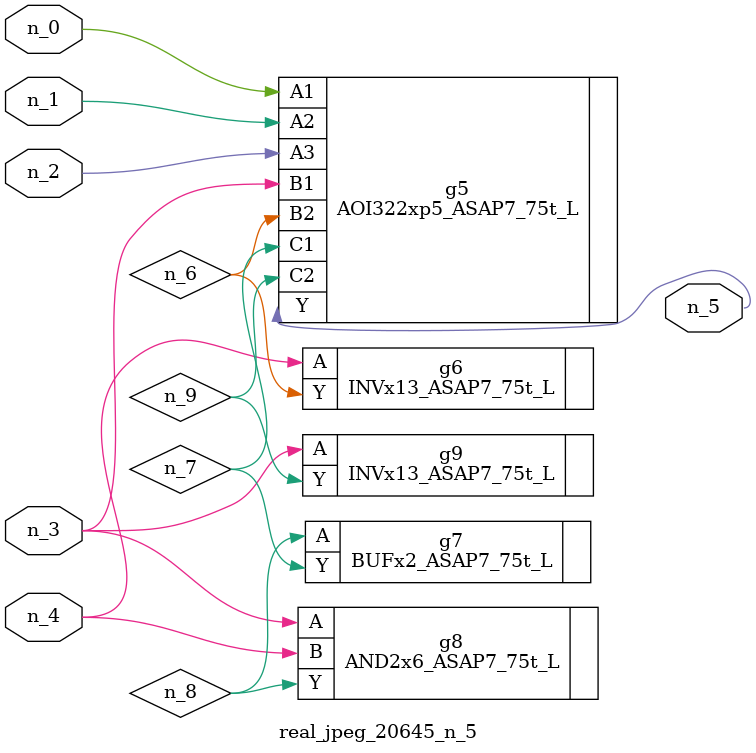
<source format=v>
module real_jpeg_20645_n_5 (n_4, n_0, n_1, n_2, n_3, n_5);

input n_4;
input n_0;
input n_1;
input n_2;
input n_3;

output n_5;

wire n_8;
wire n_6;
wire n_7;
wire n_9;

AOI322xp5_ASAP7_75t_L g5 ( 
.A1(n_0),
.A2(n_1),
.A3(n_2),
.B1(n_3),
.B2(n_6),
.C1(n_7),
.C2(n_9),
.Y(n_5)
);

AND2x6_ASAP7_75t_L g8 ( 
.A(n_3),
.B(n_4),
.Y(n_8)
);

INVx13_ASAP7_75t_L g9 ( 
.A(n_3),
.Y(n_9)
);

INVx13_ASAP7_75t_L g6 ( 
.A(n_4),
.Y(n_6)
);

BUFx2_ASAP7_75t_L g7 ( 
.A(n_8),
.Y(n_7)
);


endmodule
</source>
